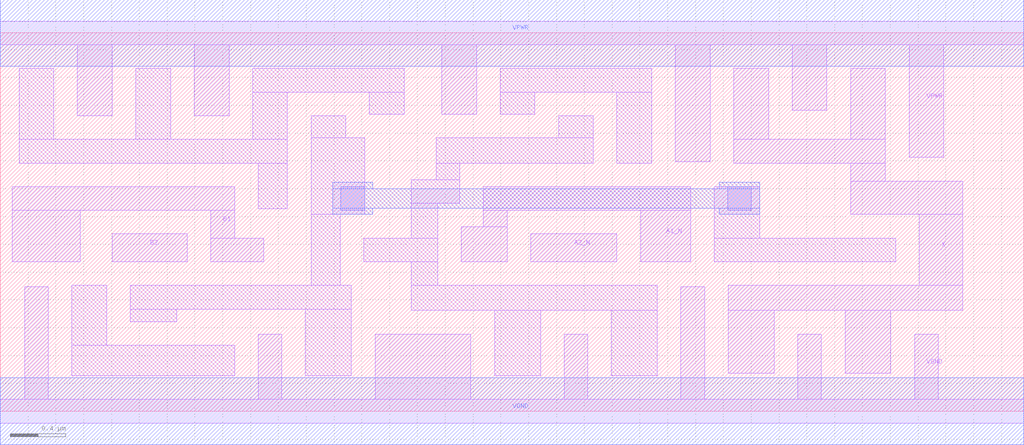
<source format=lef>
# Copyright 2020 The SkyWater PDK Authors
#
# Licensed under the Apache License, Version 2.0 (the "License");
# you may not use this file except in compliance with the License.
# You may obtain a copy of the License at
#
#     https://www.apache.org/licenses/LICENSE-2.0
#
# Unless required by applicable law or agreed to in writing, software
# distributed under the License is distributed on an "AS IS" BASIS,
# WITHOUT WARRANTIES OR CONDITIONS OF ANY KIND, either express or implied.
# See the License for the specific language governing permissions and
# limitations under the License.
#
# SPDX-License-Identifier: Apache-2.0

VERSION 5.5 ;
NAMESCASESENSITIVE ON ;
BUSBITCHARS "[]" ;
DIVIDERCHAR "/" ;
MACRO sky130_fd_sc_hd__a2bb2o_4
  CLASS CORE ;
  SOURCE USER ;
  ORIGIN  0.000000  0.000000 ;
  SIZE  7.360000 BY  2.720000 ;
  SYMMETRY X Y R90 ;
  SITE unithd ;
  PIN A1_N
    ANTENNAGATEAREA  0.495000 ;
    DIRECTION INPUT ;
    USE SIGNAL ;
    PORT
      LAYER li1 ;
        RECT 3.315000 1.075000 3.645000 1.325000 ;
        RECT 3.475000 1.325000 3.645000 1.445000 ;
        RECT 3.475000 1.445000 4.965000 1.615000 ;
        RECT 4.605000 1.075000 4.965000 1.445000 ;
    END
  END A1_N
  PIN A2_N
    ANTENNAGATEAREA  0.495000 ;
    DIRECTION INPUT ;
    USE SIGNAL ;
    PORT
      LAYER li1 ;
        RECT 3.815000 1.075000 4.435000 1.275000 ;
    END
  END A2_N
  PIN B1
    ANTENNAGATEAREA  0.495000 ;
    DIRECTION INPUT ;
    USE SIGNAL ;
    PORT
      LAYER li1 ;
        RECT 0.085000 1.075000 0.575000 1.445000 ;
        RECT 0.085000 1.445000 1.685000 1.615000 ;
        RECT 1.515000 1.075000 1.895000 1.245000 ;
        RECT 1.515000 1.245000 1.685000 1.445000 ;
    END
  END B1
  PIN B2
    ANTENNAGATEAREA  0.495000 ;
    DIRECTION INPUT ;
    USE SIGNAL ;
    PORT
      LAYER li1 ;
        RECT 0.805000 1.075000 1.345000 1.275000 ;
    END
  END B2
  PIN X
    ANTENNADIFFAREA  0.891000 ;
    DIRECTION OUTPUT ;
    USE SIGNAL ;
    PORT
      LAYER li1 ;
        RECT 5.235000 0.275000 5.565000 0.725000 ;
        RECT 5.235000 0.725000 6.920000 0.905000 ;
        RECT 5.275000 1.785000 6.365000 1.955000 ;
        RECT 5.275000 1.955000 5.525000 2.465000 ;
        RECT 6.075000 0.275000 6.405000 0.725000 ;
        RECT 6.115000 1.415000 6.920000 1.655000 ;
        RECT 6.115000 1.655000 6.365000 1.785000 ;
        RECT 6.115000 1.955000 6.365000 2.465000 ;
        RECT 6.610000 0.905000 6.920000 1.415000 ;
    END
  END X
  PIN VGND
    DIRECTION INOUT ;
    SHAPE ABUTMENT ;
    USE GROUND ;
    PORT
      LAYER li1 ;
        RECT 0.000000 -0.085000 7.360000 0.085000 ;
        RECT 0.175000  0.085000 0.345000 0.895000 ;
        RECT 1.855000  0.085000 2.025000 0.555000 ;
        RECT 2.695000  0.085000 3.385000 0.555000 ;
        RECT 4.055000  0.085000 4.225000 0.555000 ;
        RECT 4.895000  0.085000 5.065000 0.895000 ;
        RECT 5.735000  0.085000 5.905000 0.555000 ;
        RECT 6.575000  0.085000 6.745000 0.555000 ;
    END
    PORT
      LAYER met1 ;
        RECT 0.000000 -0.240000 7.360000 0.240000 ;
    END
  END VGND
  PIN VPWR
    DIRECTION INOUT ;
    SHAPE ABUTMENT ;
    USE POWER ;
    PORT
      LAYER li1 ;
        RECT 0.000000 2.635000 7.360000 2.805000 ;
        RECT 0.555000 2.125000 0.805000 2.635000 ;
        RECT 1.395000 2.125000 1.645000 2.635000 ;
        RECT 3.175000 2.135000 3.425000 2.635000 ;
        RECT 4.855000 1.795000 5.105000 2.635000 ;
        RECT 5.695000 2.165000 5.945000 2.635000 ;
        RECT 6.535000 1.825000 6.785000 2.635000 ;
    END
    PORT
      LAYER met1 ;
        RECT 0.000000 2.480000 7.360000 2.960000 ;
    END
  END VPWR
  OBS
    LAYER li1 ;
      RECT 0.135000 1.785000 2.065000 1.955000 ;
      RECT 0.135000 1.955000 0.385000 2.465000 ;
      RECT 0.515000 0.255000 1.685000 0.475000 ;
      RECT 0.515000 0.475000 0.765000 0.905000 ;
      RECT 0.935000 0.645000 1.270000 0.735000 ;
      RECT 0.935000 0.735000 2.525000 0.905000 ;
      RECT 0.975000 1.955000 1.225000 2.465000 ;
      RECT 1.815000 1.955000 2.065000 2.295000 ;
      RECT 1.815000 2.295000 2.905000 2.465000 ;
      RECT 1.855000 1.455000 2.065000 1.785000 ;
      RECT 2.195000 0.255000 2.525000 0.735000 ;
      RECT 2.235000 0.905000 2.445000 1.415000 ;
      RECT 2.235000 1.415000 2.620000 1.965000 ;
      RECT 2.235000 1.965000 2.485000 2.125000 ;
      RECT 2.615000 1.075000 3.145000 1.245000 ;
      RECT 2.655000 2.135000 2.905000 2.295000 ;
      RECT 2.955000 0.725000 4.725000 0.905000 ;
      RECT 2.955000 0.905000 3.145000 1.075000 ;
      RECT 2.955000 1.245000 3.145000 1.495000 ;
      RECT 2.955000 1.495000 3.305000 1.665000 ;
      RECT 3.135000 1.665000 3.305000 1.785000 ;
      RECT 3.135000 1.785000 4.265000 1.965000 ;
      RECT 3.555000 0.255000 3.885000 0.725000 ;
      RECT 3.595000 2.135000 3.845000 2.295000 ;
      RECT 3.595000 2.295000 4.685000 2.465000 ;
      RECT 4.015000 1.965000 4.265000 2.125000 ;
      RECT 4.395000 0.255000 4.725000 0.725000 ;
      RECT 4.435000 1.785000 4.685000 2.295000 ;
      RECT 5.135000 1.075000 6.440000 1.245000 ;
      RECT 5.135000 1.245000 5.460000 1.615000 ;
    LAYER mcon ;
      RECT 2.450000 1.445000 2.620000 1.615000 ;
      RECT 5.230000 1.445000 5.400000 1.615000 ;
    LAYER met1 ;
      RECT 2.390000 1.415000 2.680000 1.460000 ;
      RECT 2.390000 1.460000 5.460000 1.600000 ;
      RECT 2.390000 1.600000 2.680000 1.645000 ;
      RECT 5.170000 1.415000 5.460000 1.460000 ;
      RECT 5.170000 1.600000 5.460000 1.645000 ;
  END
END sky130_fd_sc_hd__a2bb2o_4

</source>
